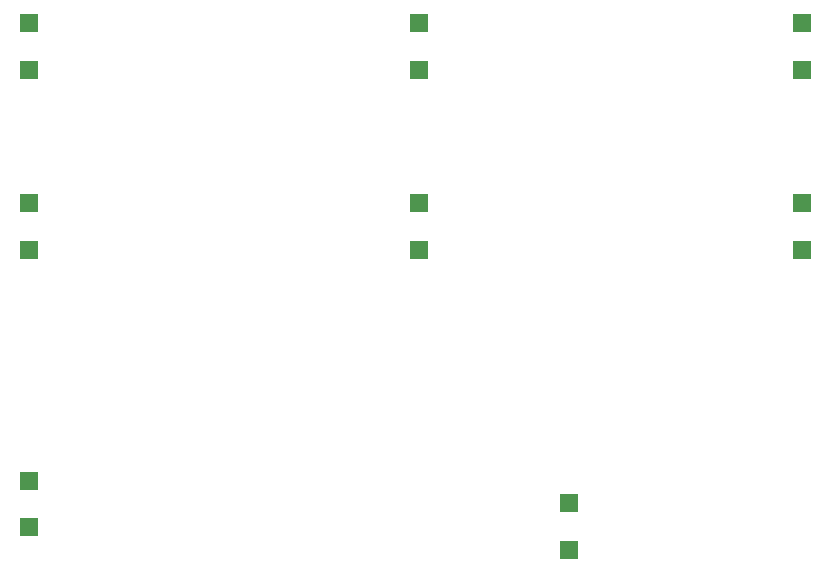
<source format=gbr>
%FSLAX34Y34*%
%MOMM*%
%LNSMDMASK_BOTTOM*%
G71*
G01*
%ADD10R, 1.600X1.600*%
%LPD*%
X78449Y-139724D02*
G54D10*
D03*
X78449Y-100024D02*
G54D10*
D03*
X408649Y-139724D02*
G54D10*
D03*
X408649Y-100024D02*
G54D10*
D03*
X732499Y-139724D02*
G54D10*
D03*
X732499Y-100024D02*
G54D10*
D03*
X78449Y-292124D02*
G54D10*
D03*
X78449Y-252424D02*
G54D10*
D03*
X408649Y-292124D02*
G54D10*
D03*
X408649Y-252424D02*
G54D10*
D03*
X732499Y-292124D02*
G54D10*
D03*
X732499Y-252424D02*
G54D10*
D03*
X535649Y-546124D02*
G54D10*
D03*
X535649Y-506424D02*
G54D10*
D03*
X78449Y-527074D02*
G54D10*
D03*
X78449Y-487374D02*
G54D10*
D03*
M02*

</source>
